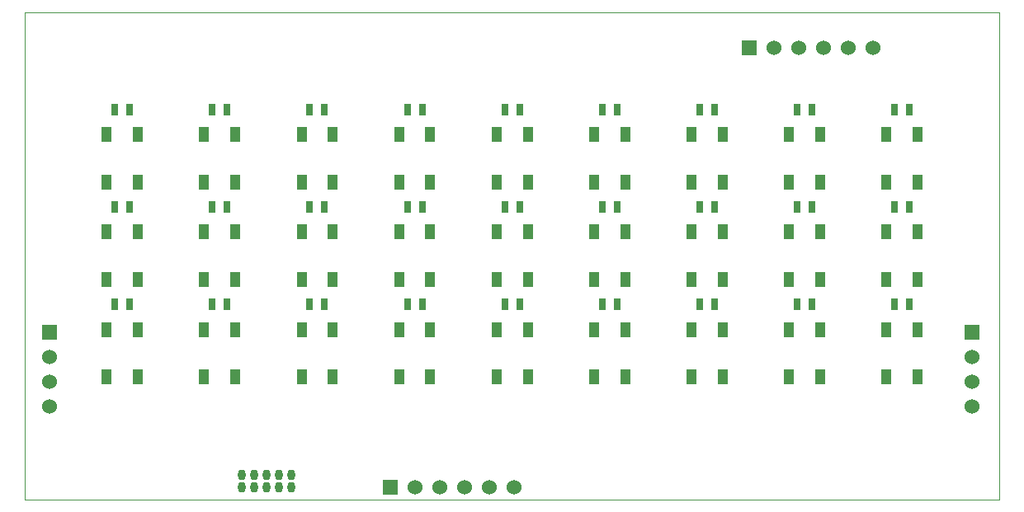
<source format=gbs>
G04 (created by PCBNEW (2013-07-07 BZR 4022)-stable) date 02/01/2016 16:19:00*
%MOIN*%
G04 Gerber Fmt 3.4, Leading zero omitted, Abs format*
%FSLAX34Y34*%
G01*
G70*
G90*
G04 APERTURE LIST*
%ADD10C,0.00590551*%
%ADD11C,0.00393701*%
%ADD12O,0.0315X0.0433*%
%ADD13R,0.06X0.06*%
%ADD14C,0.06*%
%ADD15R,0.025X0.045*%
%ADD16R,0.0393701X0.0590551*%
G04 APERTURE END LIST*
G54D10*
G54D11*
X39370Y0D02*
X0Y0D01*
X39370Y19685D02*
X39370Y0D01*
X0Y19685D02*
X39370Y19685D01*
X0Y0D02*
X0Y19685D01*
G54D12*
X10750Y1000D03*
X10750Y500D03*
X10250Y1000D03*
X10250Y500D03*
X9750Y1000D03*
X9750Y500D03*
X9250Y1000D03*
X9250Y500D03*
X8750Y1000D03*
X8750Y500D03*
G54D13*
X1000Y6750D03*
G54D14*
X1000Y5750D03*
X1000Y4750D03*
X1000Y3750D03*
G54D13*
X38250Y6750D03*
G54D14*
X38250Y5750D03*
X38250Y4750D03*
X38250Y3750D03*
G54D15*
X19385Y11811D03*
X19985Y11811D03*
X3637Y7874D03*
X4237Y7874D03*
X7574Y7874D03*
X8174Y7874D03*
X11511Y7874D03*
X12111Y7874D03*
X15448Y7874D03*
X16048Y7874D03*
X19385Y7874D03*
X19985Y7874D03*
X23322Y7874D03*
X23922Y7874D03*
X27259Y7874D03*
X27859Y7874D03*
X31196Y7874D03*
X31796Y7874D03*
X35133Y7874D03*
X35733Y7874D03*
X3637Y11811D03*
X4237Y11811D03*
X7574Y11811D03*
X8174Y11811D03*
X11511Y11811D03*
X12111Y11811D03*
X15448Y11811D03*
X16048Y11811D03*
X23322Y11811D03*
X23922Y11811D03*
X27259Y11811D03*
X27859Y11811D03*
X31196Y11811D03*
X31796Y11811D03*
X35133Y11811D03*
X35733Y11811D03*
X3637Y15748D03*
X4237Y15748D03*
X7574Y15748D03*
X8174Y15748D03*
X11511Y15748D03*
X12111Y15748D03*
X15448Y15748D03*
X16048Y15748D03*
X19385Y15748D03*
X19985Y15748D03*
X23322Y15748D03*
X23922Y15748D03*
X27259Y15748D03*
X27859Y15748D03*
X31196Y15748D03*
X31796Y15748D03*
X35133Y15748D03*
X35733Y15748D03*
G54D16*
X3307Y14744D03*
X3307Y12814D03*
X4566Y14744D03*
X4566Y12814D03*
X15118Y6870D03*
X15118Y4940D03*
X16377Y6870D03*
X16377Y4940D03*
X11181Y6870D03*
X11181Y4940D03*
X12440Y6870D03*
X12440Y4940D03*
X7244Y6870D03*
X7244Y4940D03*
X8503Y6870D03*
X8503Y4940D03*
X3307Y6870D03*
X3307Y4940D03*
X4566Y6870D03*
X4566Y4940D03*
X30866Y6870D03*
X30866Y4940D03*
X32125Y6870D03*
X32125Y4940D03*
X34803Y10807D03*
X34803Y8877D03*
X36062Y10807D03*
X36062Y8877D03*
X30866Y10807D03*
X30866Y8877D03*
X32125Y10807D03*
X32125Y8877D03*
X26929Y6870D03*
X26929Y4940D03*
X28188Y6870D03*
X28188Y4940D03*
X22992Y6870D03*
X22992Y4940D03*
X24251Y6870D03*
X24251Y4940D03*
X19055Y6870D03*
X19055Y4940D03*
X20314Y6870D03*
X20314Y4940D03*
X7244Y14744D03*
X7244Y12814D03*
X8503Y14744D03*
X8503Y12814D03*
X34803Y14744D03*
X34803Y12814D03*
X36062Y14744D03*
X36062Y12814D03*
X30866Y14744D03*
X30866Y12814D03*
X32125Y14744D03*
X32125Y12814D03*
X26929Y14744D03*
X26929Y12814D03*
X28188Y14744D03*
X28188Y12814D03*
X22992Y14744D03*
X22992Y12814D03*
X24251Y14744D03*
X24251Y12814D03*
X19055Y14744D03*
X19055Y12814D03*
X20314Y14744D03*
X20314Y12814D03*
X15118Y14744D03*
X15118Y12814D03*
X16377Y14744D03*
X16377Y12814D03*
X11181Y14744D03*
X11181Y12814D03*
X12440Y14744D03*
X12440Y12814D03*
X26929Y10807D03*
X26929Y8877D03*
X28188Y10807D03*
X28188Y8877D03*
X22992Y10807D03*
X22992Y8877D03*
X24251Y10807D03*
X24251Y8877D03*
X19055Y10807D03*
X19055Y8877D03*
X20314Y10807D03*
X20314Y8877D03*
X15118Y10807D03*
X15118Y8877D03*
X16377Y10807D03*
X16377Y8877D03*
X11181Y10807D03*
X11181Y8877D03*
X12440Y10807D03*
X12440Y8877D03*
X7244Y10807D03*
X7244Y8877D03*
X8503Y10807D03*
X8503Y8877D03*
X3307Y10807D03*
X3307Y8877D03*
X4566Y10807D03*
X4566Y8877D03*
X34803Y6870D03*
X34803Y4940D03*
X36062Y6870D03*
X36062Y4940D03*
G54D13*
X29250Y18250D03*
G54D14*
X30250Y18250D03*
X31250Y18250D03*
X32250Y18250D03*
X33250Y18250D03*
X34250Y18250D03*
G54D13*
X14750Y500D03*
G54D14*
X15750Y500D03*
X16750Y500D03*
X17750Y500D03*
X18750Y500D03*
X19750Y500D03*
M02*

</source>
